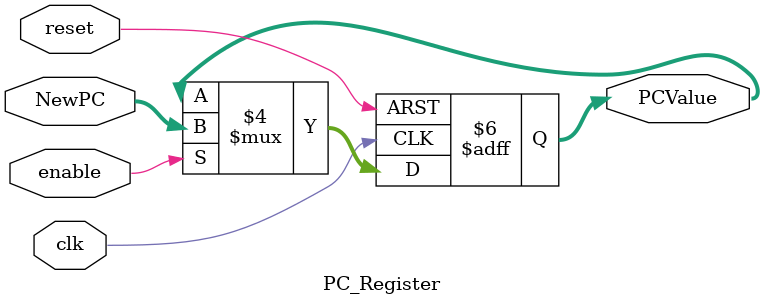
<source format=v>
/******************************************************************
* Description
*	This is a register of 32-bit that corresponds to the PC counter. 
*	This register does not have an enable signal.
* Version:
*	1.0
* Author:
*	Dr. José Luis Pizano Escalante
* email:
*	luispizano@iteso.mx
* Date:
*	01/03/2014
******************************************************************/

module PC_Register
#(
	parameter N=32
)
(
	input clk,
	input reset,
	input enable,
	input  [N-1:0] NewPC,
	
	
	output reg [N-1:0] PCValue
);
//

always@(negedge reset or posedge clk) begin
	if(reset==0)
		PCValue <= 0;
	else	
		if(enable==1)
			PCValue<=NewPC;
end

endmodule
//pcreg
</source>
